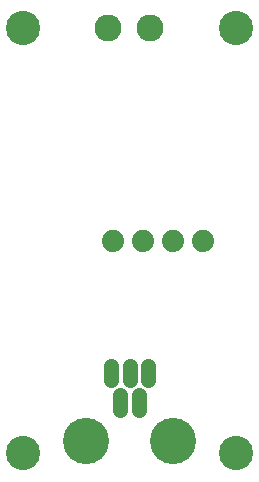
<source format=gbs>
G75*
%MOIN*%
%OFA0B0*%
%FSLAX24Y24*%
%IPPOS*%
%LPD*%
%AMOC8*
5,1,8,0,0,1.08239X$1,22.5*
%
%ADD10C,0.1142*%
%ADD11C,0.0900*%
%ADD12C,0.1540*%
%ADD13C,0.0516*%
%ADD14C,0.0740*%
D10*
X001361Y001878D03*
X008448Y001878D03*
X008448Y016051D03*
X001361Y016051D03*
D11*
X004196Y016051D03*
X005574Y016051D03*
D12*
X006341Y002299D03*
X003467Y002299D03*
D13*
X004589Y003339D02*
X004589Y003815D01*
X004274Y004327D02*
X004274Y004802D01*
X004904Y004802D02*
X004904Y004327D01*
X005219Y003815D02*
X005219Y003339D01*
X005534Y004327D02*
X005534Y004802D01*
D14*
X005353Y008959D03*
X006353Y008959D03*
X007353Y008959D03*
X004353Y008959D03*
M02*

</source>
